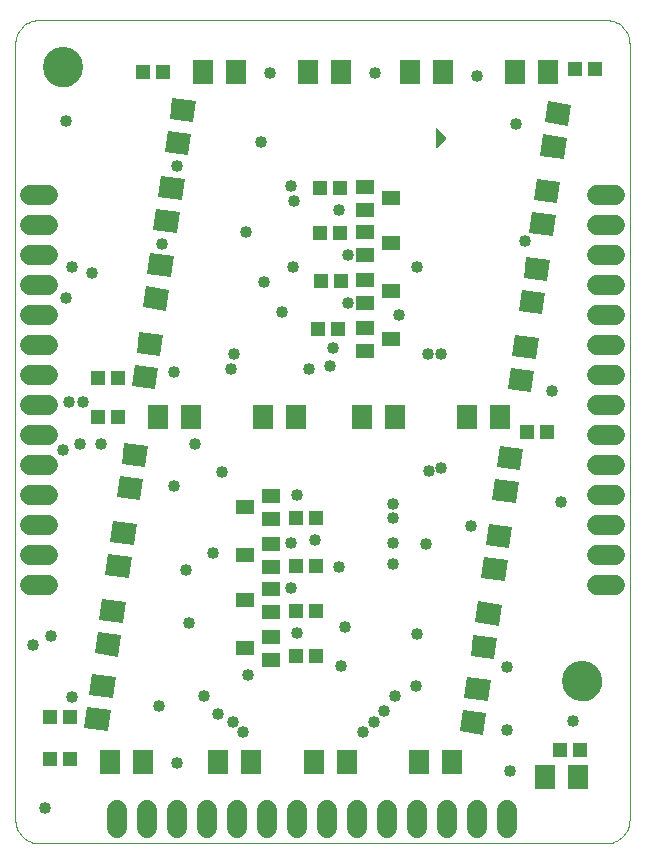
<source format=gts>
G75*
G70*
%OFA0B0*%
%FSLAX24Y24*%
%IPPOS*%
%LPD*%
%AMOC8*
5,1,8,0,0,1.08239X$1,22.5*
%
%ADD10C,0.0000*%
%ADD11C,0.1340*%
%ADD12C,0.0680*%
%ADD13R,0.0710X0.0790*%
%ADD14R,0.0474X0.0513*%
%ADD15R,0.0631X0.0474*%
%ADD16C,0.0001*%
%ADD17C,0.0398*%
D10*
X000150Y001058D02*
X000150Y026922D01*
X000152Y026976D01*
X000157Y027029D01*
X000166Y027082D01*
X000179Y027134D01*
X000195Y027186D01*
X000215Y027236D01*
X000238Y027284D01*
X000265Y027331D01*
X000294Y027376D01*
X000327Y027419D01*
X000362Y027459D01*
X000400Y027497D01*
X000440Y027532D01*
X000483Y027565D01*
X000528Y027594D01*
X000575Y027621D01*
X000623Y027644D01*
X000673Y027664D01*
X000725Y027680D01*
X000777Y027693D01*
X000830Y027702D01*
X000883Y027707D01*
X000937Y027709D01*
X019835Y027709D01*
X019889Y027707D01*
X019942Y027702D01*
X019995Y027693D01*
X020047Y027680D01*
X020099Y027664D01*
X020149Y027644D01*
X020197Y027621D01*
X020244Y027594D01*
X020289Y027565D01*
X020332Y027532D01*
X020372Y027497D01*
X020410Y027459D01*
X020445Y027419D01*
X020478Y027376D01*
X020507Y027331D01*
X020534Y027284D01*
X020557Y027236D01*
X020577Y027186D01*
X020593Y027134D01*
X020606Y027082D01*
X020615Y027029D01*
X020620Y026976D01*
X020622Y026922D01*
X020622Y001058D01*
X020620Y001004D01*
X020615Y000950D01*
X020605Y000896D01*
X020593Y000844D01*
X020576Y000792D01*
X020556Y000741D01*
X020533Y000692D01*
X020506Y000645D01*
X020476Y000600D01*
X020444Y000556D01*
X020408Y000515D01*
X020370Y000477D01*
X020329Y000441D01*
X020285Y000409D01*
X020240Y000379D01*
X020193Y000352D01*
X020144Y000329D01*
X020093Y000309D01*
X020041Y000292D01*
X019989Y000280D01*
X019935Y000270D01*
X019881Y000265D01*
X019827Y000263D01*
X000945Y000263D01*
X000891Y000265D01*
X000837Y000270D01*
X000783Y000280D01*
X000731Y000292D01*
X000679Y000309D01*
X000628Y000329D01*
X000579Y000352D01*
X000532Y000379D01*
X000487Y000409D01*
X000443Y000441D01*
X000402Y000477D01*
X000364Y000515D01*
X000328Y000556D01*
X000296Y000600D01*
X000266Y000645D01*
X000239Y000692D01*
X000216Y000741D01*
X000196Y000792D01*
X000179Y000844D01*
X000167Y000896D01*
X000157Y000950D01*
X000152Y001004D01*
X000150Y001058D01*
X014170Y023472D02*
X014170Y024099D01*
X014483Y023772D01*
X014170Y023472D01*
X001095Y026134D02*
X001097Y026184D01*
X001103Y026234D01*
X001113Y026283D01*
X001127Y026331D01*
X001144Y026378D01*
X001165Y026423D01*
X001190Y026467D01*
X001218Y026508D01*
X001250Y026547D01*
X001284Y026584D01*
X001321Y026618D01*
X001361Y026648D01*
X001403Y026675D01*
X001447Y026699D01*
X001493Y026720D01*
X001540Y026736D01*
X001588Y026749D01*
X001638Y026758D01*
X001687Y026763D01*
X001738Y026764D01*
X001788Y026761D01*
X001837Y026754D01*
X001886Y026743D01*
X001934Y026728D01*
X001980Y026710D01*
X002025Y026688D01*
X002068Y026662D01*
X002109Y026633D01*
X002148Y026601D01*
X002184Y026566D01*
X002216Y026528D01*
X002246Y026488D01*
X002273Y026445D01*
X002296Y026401D01*
X002315Y026355D01*
X002331Y026307D01*
X002343Y026258D01*
X002351Y026209D01*
X002355Y026159D01*
X002355Y026109D01*
X002351Y026059D01*
X002343Y026010D01*
X002331Y025961D01*
X002315Y025913D01*
X002296Y025867D01*
X002273Y025823D01*
X002246Y025780D01*
X002216Y025740D01*
X002184Y025702D01*
X002148Y025667D01*
X002109Y025635D01*
X002068Y025606D01*
X002025Y025580D01*
X001980Y025558D01*
X001934Y025540D01*
X001886Y025525D01*
X001837Y025514D01*
X001788Y025507D01*
X001738Y025504D01*
X001687Y025505D01*
X001638Y025510D01*
X001588Y025519D01*
X001540Y025532D01*
X001493Y025548D01*
X001447Y025569D01*
X001403Y025593D01*
X001361Y025620D01*
X001321Y025650D01*
X001284Y025684D01*
X001250Y025721D01*
X001218Y025760D01*
X001190Y025801D01*
X001165Y025845D01*
X001144Y025890D01*
X001127Y025937D01*
X001113Y025985D01*
X001103Y026034D01*
X001097Y026084D01*
X001095Y026134D01*
X018418Y005662D02*
X018420Y005712D01*
X018426Y005762D01*
X018436Y005811D01*
X018450Y005859D01*
X018467Y005906D01*
X018488Y005951D01*
X018513Y005995D01*
X018541Y006036D01*
X018573Y006075D01*
X018607Y006112D01*
X018644Y006146D01*
X018684Y006176D01*
X018726Y006203D01*
X018770Y006227D01*
X018816Y006248D01*
X018863Y006264D01*
X018911Y006277D01*
X018961Y006286D01*
X019010Y006291D01*
X019061Y006292D01*
X019111Y006289D01*
X019160Y006282D01*
X019209Y006271D01*
X019257Y006256D01*
X019303Y006238D01*
X019348Y006216D01*
X019391Y006190D01*
X019432Y006161D01*
X019471Y006129D01*
X019507Y006094D01*
X019539Y006056D01*
X019569Y006016D01*
X019596Y005973D01*
X019619Y005929D01*
X019638Y005883D01*
X019654Y005835D01*
X019666Y005786D01*
X019674Y005737D01*
X019678Y005687D01*
X019678Y005637D01*
X019674Y005587D01*
X019666Y005538D01*
X019654Y005489D01*
X019638Y005441D01*
X019619Y005395D01*
X019596Y005351D01*
X019569Y005308D01*
X019539Y005268D01*
X019507Y005230D01*
X019471Y005195D01*
X019432Y005163D01*
X019391Y005134D01*
X019348Y005108D01*
X019303Y005086D01*
X019257Y005068D01*
X019209Y005053D01*
X019160Y005042D01*
X019111Y005035D01*
X019061Y005032D01*
X019010Y005033D01*
X018961Y005038D01*
X018911Y005047D01*
X018863Y005060D01*
X018816Y005076D01*
X018770Y005097D01*
X018726Y005121D01*
X018684Y005148D01*
X018644Y005178D01*
X018607Y005212D01*
X018573Y005249D01*
X018541Y005288D01*
X018513Y005329D01*
X018488Y005373D01*
X018467Y005418D01*
X018450Y005465D01*
X018436Y005513D01*
X018426Y005562D01*
X018420Y005612D01*
X018418Y005662D01*
D11*
X019048Y005662D03*
X001725Y026134D03*
D12*
X001250Y021863D02*
X000650Y021863D01*
X000650Y020863D02*
X001250Y020863D01*
X001250Y019863D02*
X000650Y019863D01*
X000650Y018863D02*
X001250Y018863D01*
X001250Y017863D02*
X000650Y017863D01*
X000650Y016863D02*
X001250Y016863D01*
X001250Y015863D02*
X000650Y015863D01*
X000650Y014863D02*
X001250Y014863D01*
X001250Y013863D02*
X000650Y013863D01*
X000650Y012863D02*
X001250Y012863D01*
X001250Y011863D02*
X000650Y011863D01*
X000650Y010863D02*
X001250Y010863D01*
X001250Y009863D02*
X000650Y009863D01*
X000650Y008863D02*
X001250Y008863D01*
X003550Y001363D02*
X003550Y000763D01*
X004550Y000763D02*
X004550Y001363D01*
X005550Y001363D02*
X005550Y000763D01*
X006550Y000763D02*
X006550Y001363D01*
X007550Y001363D02*
X007550Y000763D01*
X008550Y000763D02*
X008550Y001363D01*
X009550Y001363D02*
X009550Y000763D01*
X010550Y000763D02*
X010550Y001363D01*
X011550Y001363D02*
X011550Y000763D01*
X012550Y000763D02*
X012550Y001363D01*
X013550Y001363D02*
X013550Y000763D01*
X014550Y000763D02*
X014550Y001363D01*
X015550Y001363D02*
X015550Y000763D01*
X016550Y000763D02*
X016550Y001363D01*
X019550Y008863D02*
X020150Y008863D01*
X020150Y009863D02*
X019550Y009863D01*
X019550Y010863D02*
X020150Y010863D01*
X020150Y011863D02*
X019550Y011863D01*
X019550Y012863D02*
X020150Y012863D01*
X020150Y013863D02*
X019550Y013863D01*
X019550Y014863D02*
X020150Y014863D01*
X020150Y015863D02*
X019550Y015863D01*
X019550Y016863D02*
X020150Y016863D01*
X020150Y017863D02*
X019550Y017863D01*
X019550Y018863D02*
X020150Y018863D01*
X020150Y019863D02*
X019550Y019863D01*
X019550Y020863D02*
X020150Y020863D01*
X020150Y021863D02*
X019550Y021863D01*
D13*
G36*
X017642Y023192D02*
X017741Y023894D01*
X018522Y023784D01*
X018423Y023082D01*
X017642Y023192D01*
G37*
G36*
X017438Y021721D02*
X017537Y022423D01*
X018318Y022313D01*
X018219Y021611D01*
X017438Y021721D01*
G37*
G36*
X017282Y020612D02*
X017381Y021314D01*
X018162Y021204D01*
X018063Y020502D01*
X017282Y020612D01*
G37*
G36*
X017088Y019121D02*
X017187Y019823D01*
X017968Y019713D01*
X017869Y019011D01*
X017088Y019121D01*
G37*
G36*
X016932Y018012D02*
X017031Y018714D01*
X017812Y018604D01*
X017713Y017902D01*
X016932Y018012D01*
G37*
G36*
X016718Y016521D02*
X016817Y017223D01*
X017598Y017113D01*
X017499Y016411D01*
X016718Y016521D01*
G37*
G36*
X016562Y015412D02*
X016661Y016114D01*
X017442Y016004D01*
X017343Y015302D01*
X016562Y015412D01*
G37*
X016310Y014463D03*
G36*
X016198Y012821D02*
X016297Y013523D01*
X017078Y013413D01*
X016979Y012711D01*
X016198Y012821D01*
G37*
G36*
X016042Y011712D02*
X016141Y012414D01*
X016922Y012304D01*
X016823Y011602D01*
X016042Y011712D01*
G37*
G36*
X015838Y010221D02*
X015937Y010923D01*
X016718Y010813D01*
X016619Y010111D01*
X015838Y010221D01*
G37*
G36*
X015682Y009112D02*
X015781Y009814D01*
X016562Y009704D01*
X016463Y009002D01*
X015682Y009112D01*
G37*
G36*
X015478Y007631D02*
X015577Y008333D01*
X016358Y008223D01*
X016259Y007521D01*
X015478Y007631D01*
G37*
G36*
X015322Y006522D02*
X015421Y007224D01*
X016202Y007114D01*
X016103Y006412D01*
X015322Y006522D01*
G37*
G36*
X015118Y005111D02*
X015217Y005813D01*
X015998Y005703D01*
X015899Y005001D01*
X015118Y005111D01*
G37*
G36*
X014962Y004002D02*
X015061Y004704D01*
X015842Y004594D01*
X015743Y003892D01*
X014962Y004002D01*
G37*
X014710Y002963D03*
X013590Y002963D03*
X011220Y002963D03*
X010100Y002963D03*
X008010Y002963D03*
X006890Y002963D03*
X004410Y002963D03*
X003290Y002963D03*
G36*
X003332Y004704D02*
X003233Y004002D01*
X002452Y004112D01*
X002551Y004814D01*
X003332Y004704D01*
G37*
G36*
X003488Y005813D02*
X003389Y005111D01*
X002608Y005221D01*
X002707Y005923D01*
X003488Y005813D01*
G37*
G36*
X003672Y007194D02*
X003573Y006492D01*
X002792Y006602D01*
X002891Y007304D01*
X003672Y007194D01*
G37*
G36*
X003828Y008303D02*
X003729Y007601D01*
X002948Y007711D01*
X003047Y008413D01*
X003828Y008303D01*
G37*
G36*
X004032Y009804D02*
X003933Y009102D01*
X003152Y009212D01*
X003251Y009914D01*
X004032Y009804D01*
G37*
G36*
X004188Y010913D02*
X004089Y010211D01*
X003308Y010321D01*
X003407Y011023D01*
X004188Y010913D01*
G37*
G36*
X004412Y012404D02*
X004313Y011702D01*
X003532Y011812D01*
X003631Y012514D01*
X004412Y012404D01*
G37*
G36*
X004568Y013513D02*
X004469Y012811D01*
X003688Y012921D01*
X003787Y013623D01*
X004568Y013513D01*
G37*
X004890Y014463D03*
X006010Y014463D03*
G36*
X004912Y016104D02*
X004813Y015402D01*
X004032Y015512D01*
X004131Y016214D01*
X004912Y016104D01*
G37*
G36*
X005068Y017213D02*
X004969Y016511D01*
X004188Y016621D01*
X004287Y017323D01*
X005068Y017213D01*
G37*
G36*
X005272Y018724D02*
X005173Y018022D01*
X004392Y018132D01*
X004491Y018834D01*
X005272Y018724D01*
G37*
G36*
X005428Y019833D02*
X005329Y019131D01*
X004548Y019241D01*
X004647Y019943D01*
X005428Y019833D01*
G37*
G36*
X005632Y021304D02*
X005533Y020602D01*
X004752Y020712D01*
X004851Y021414D01*
X005632Y021304D01*
G37*
G36*
X005788Y022413D02*
X005689Y021711D01*
X004908Y021821D01*
X005007Y022523D01*
X005788Y022413D01*
G37*
G36*
X006012Y023904D02*
X005913Y023202D01*
X005132Y023312D01*
X005231Y024014D01*
X006012Y023904D01*
G37*
G36*
X006168Y025013D02*
X006069Y024311D01*
X005288Y024421D01*
X005387Y025123D01*
X006168Y025013D01*
G37*
X006390Y025963D03*
X007510Y025963D03*
X009890Y025963D03*
X011010Y025963D03*
X013290Y025963D03*
X014410Y025963D03*
X016790Y025963D03*
X017910Y025963D03*
G36*
X017798Y024301D02*
X017897Y025003D01*
X018678Y024893D01*
X018579Y024191D01*
X017798Y024301D01*
G37*
X015190Y014463D03*
X012810Y014463D03*
X011690Y014463D03*
X009510Y014463D03*
X008390Y014463D03*
X017790Y002463D03*
X018910Y002463D03*
D14*
X018985Y003363D03*
X018315Y003363D03*
X017885Y013963D03*
X017215Y013963D03*
X010905Y017413D03*
X010235Y017413D03*
X010335Y019013D03*
X011005Y019013D03*
X010975Y020613D03*
X010305Y020613D03*
X010305Y022113D03*
X010975Y022113D03*
X005085Y025963D03*
X004415Y025963D03*
X003585Y015763D03*
X002915Y015763D03*
X002915Y014463D03*
X003585Y014463D03*
X009495Y011113D03*
X010165Y011113D03*
X010165Y009503D03*
X009495Y009503D03*
X009505Y008003D03*
X010175Y008003D03*
X010175Y006503D03*
X009505Y006503D03*
X001985Y004463D03*
X001315Y004463D03*
X001315Y003063D03*
X001985Y003063D03*
X018815Y026063D03*
X019485Y026063D03*
D15*
X012683Y021763D03*
X011817Y022137D03*
X011817Y021389D03*
X011817Y020637D03*
X011817Y019889D03*
X011817Y019037D03*
X011817Y018289D03*
X011817Y017437D03*
X011817Y016689D03*
X012683Y017063D03*
X012683Y018663D03*
X012683Y020263D03*
X008683Y011837D03*
X008683Y011089D03*
X008683Y010237D03*
X008683Y009489D03*
X008683Y008737D03*
X008683Y007989D03*
X008683Y007137D03*
X008683Y006389D03*
X007817Y006763D03*
X007817Y008363D03*
X007817Y009863D03*
X007817Y011463D03*
D16*
X014170Y023473D02*
X014171Y023473D01*
X014170Y023474D02*
X014172Y023474D01*
X014173Y023475D02*
X014170Y023475D01*
X014170Y023476D02*
X014174Y023476D01*
X014175Y023477D02*
X014170Y023477D01*
X014170Y023478D02*
X014176Y023478D01*
X014177Y023479D02*
X014170Y023479D01*
X014170Y023480D02*
X014178Y023480D01*
X014179Y023481D02*
X014170Y023481D01*
X014170Y023482D02*
X014180Y023482D01*
X014181Y023483D02*
X014170Y023483D01*
X014170Y023484D02*
X014182Y023484D01*
X014183Y023485D02*
X014170Y023485D01*
X014170Y023486D02*
X014184Y023486D01*
X014185Y023487D02*
X014170Y023487D01*
X014170Y023488D02*
X014186Y023488D01*
X014187Y023489D02*
X014170Y023489D01*
X014170Y023490D02*
X014188Y023490D01*
X014189Y023491D02*
X014170Y023491D01*
X014170Y023492D02*
X014190Y023492D01*
X014192Y023493D02*
X014170Y023493D01*
X014170Y023494D02*
X014193Y023494D01*
X014194Y023495D02*
X014170Y023495D01*
X014170Y023496D02*
X014195Y023496D01*
X014196Y023497D02*
X014170Y023497D01*
X014170Y023498D02*
X014197Y023498D01*
X014198Y023499D02*
X014170Y023499D01*
X014170Y023500D02*
X014199Y023500D01*
X014200Y023501D02*
X014170Y023501D01*
X014170Y023502D02*
X014201Y023502D01*
X014202Y023503D02*
X014170Y023503D01*
X014170Y023504D02*
X014203Y023504D01*
X014204Y023505D02*
X014170Y023505D01*
X014170Y023506D02*
X014205Y023506D01*
X014206Y023507D02*
X014170Y023507D01*
X014170Y023508D02*
X014207Y023508D01*
X014208Y023509D02*
X014170Y023509D01*
X014170Y023510D02*
X014209Y023510D01*
X014210Y023511D02*
X014170Y023511D01*
X014170Y023512D02*
X014211Y023512D01*
X014212Y023513D02*
X014170Y023513D01*
X014170Y023514D02*
X014213Y023514D01*
X014214Y023515D02*
X014170Y023515D01*
X014170Y023516D02*
X014216Y023516D01*
X014217Y023517D02*
X014170Y023517D01*
X014170Y023518D02*
X014218Y023518D01*
X014219Y023519D02*
X014170Y023519D01*
X014170Y023520D02*
X014220Y023520D01*
X014221Y023521D02*
X014170Y023521D01*
X014170Y023522D02*
X014222Y023522D01*
X014223Y023523D02*
X014170Y023523D01*
X014170Y023524D02*
X014224Y023524D01*
X014225Y023525D02*
X014170Y023525D01*
X014170Y023526D02*
X014226Y023526D01*
X014227Y023527D02*
X014170Y023527D01*
X014170Y023528D02*
X014228Y023528D01*
X014229Y023529D02*
X014170Y023529D01*
X014170Y023530D02*
X014230Y023530D01*
X014231Y023531D02*
X014170Y023531D01*
X014170Y023532D02*
X014232Y023532D01*
X014233Y023533D02*
X014170Y023533D01*
X014170Y023534D02*
X014234Y023534D01*
X014235Y023535D02*
X014170Y023535D01*
X014170Y023536D02*
X014236Y023536D01*
X014237Y023537D02*
X014170Y023537D01*
X014170Y023538D02*
X014238Y023538D01*
X014240Y023539D02*
X014170Y023539D01*
X014170Y023540D02*
X014241Y023540D01*
X014242Y023541D02*
X014170Y023541D01*
X014170Y023542D02*
X014243Y023542D01*
X014244Y023543D02*
X014170Y023543D01*
X014170Y023544D02*
X014245Y023544D01*
X014246Y023545D02*
X014170Y023545D01*
X014170Y023546D02*
X014247Y023546D01*
X014248Y023547D02*
X014170Y023547D01*
X014170Y023548D02*
X014249Y023548D01*
X014250Y023549D02*
X014170Y023549D01*
X014170Y023550D02*
X014251Y023550D01*
X014252Y023551D02*
X014170Y023551D01*
X014170Y023552D02*
X014253Y023552D01*
X014254Y023553D02*
X014170Y023553D01*
X014170Y023554D02*
X014255Y023554D01*
X014256Y023555D02*
X014170Y023555D01*
X014170Y023556D02*
X014257Y023556D01*
X014258Y023557D02*
X014170Y023557D01*
X014170Y023558D02*
X014259Y023558D01*
X014260Y023559D02*
X014170Y023559D01*
X014170Y023560D02*
X014261Y023560D01*
X014262Y023561D02*
X014170Y023561D01*
X014170Y023562D02*
X014263Y023562D01*
X014265Y023563D02*
X014170Y023563D01*
X014170Y023564D02*
X014266Y023564D01*
X014267Y023565D02*
X014170Y023565D01*
X014170Y023566D02*
X014268Y023566D01*
X014269Y023567D02*
X014170Y023567D01*
X014170Y023568D02*
X014270Y023568D01*
X014271Y023569D02*
X014170Y023569D01*
X014170Y023570D02*
X014272Y023570D01*
X014273Y023571D02*
X014170Y023571D01*
X014170Y023572D02*
X014274Y023572D01*
X014275Y023573D02*
X014170Y023573D01*
X014170Y023574D02*
X014276Y023574D01*
X014277Y023575D02*
X014170Y023575D01*
X014170Y023576D02*
X014278Y023576D01*
X014279Y023577D02*
X014170Y023577D01*
X014170Y023578D02*
X014280Y023578D01*
X014281Y023579D02*
X014170Y023579D01*
X014170Y023580D02*
X014282Y023580D01*
X014283Y023581D02*
X014170Y023581D01*
X014170Y023582D02*
X014284Y023582D01*
X014285Y023583D02*
X014170Y023583D01*
X014170Y023584D02*
X014286Y023584D01*
X014287Y023585D02*
X014170Y023585D01*
X014170Y023586D02*
X014289Y023586D01*
X014290Y023587D02*
X014170Y023587D01*
X014170Y023588D02*
X014291Y023588D01*
X014292Y023589D02*
X014170Y023589D01*
X014170Y023590D02*
X014293Y023590D01*
X014294Y023591D02*
X014170Y023591D01*
X014170Y023592D02*
X014295Y023592D01*
X014296Y023593D02*
X014170Y023593D01*
X014170Y023594D02*
X014297Y023594D01*
X014298Y023595D02*
X014170Y023595D01*
X014170Y023596D02*
X014299Y023596D01*
X014300Y023597D02*
X014170Y023597D01*
X014170Y023598D02*
X014301Y023598D01*
X014302Y023599D02*
X014170Y023599D01*
X014170Y023600D02*
X014303Y023600D01*
X014304Y023601D02*
X014170Y023601D01*
X014170Y023602D02*
X014305Y023602D01*
X014306Y023603D02*
X014170Y023603D01*
X014170Y023604D02*
X014307Y023604D01*
X014308Y023605D02*
X014170Y023605D01*
X014170Y023606D02*
X014309Y023606D01*
X014310Y023607D02*
X014170Y023607D01*
X014170Y023608D02*
X014311Y023608D01*
X014313Y023609D02*
X014170Y023609D01*
X014170Y023610D02*
X014314Y023610D01*
X014315Y023611D02*
X014170Y023611D01*
X014170Y023612D02*
X014316Y023612D01*
X014317Y023613D02*
X014170Y023613D01*
X014170Y023614D02*
X014318Y023614D01*
X014319Y023615D02*
X014170Y023615D01*
X014170Y023616D02*
X014320Y023616D01*
X014321Y023617D02*
X014170Y023617D01*
X014170Y023618D02*
X014322Y023618D01*
X014323Y023619D02*
X014170Y023619D01*
X014170Y023620D02*
X014324Y023620D01*
X014325Y023621D02*
X014170Y023621D01*
X014170Y023622D02*
X014326Y023622D01*
X014327Y023623D02*
X014170Y023623D01*
X014170Y023624D02*
X014328Y023624D01*
X014329Y023625D02*
X014170Y023625D01*
X014170Y023626D02*
X014330Y023626D01*
X014331Y023627D02*
X014170Y023627D01*
X014170Y023628D02*
X014332Y023628D01*
X014333Y023629D02*
X014170Y023629D01*
X014170Y023630D02*
X014334Y023630D01*
X014335Y023631D02*
X014170Y023631D01*
X014170Y023632D02*
X014337Y023632D01*
X014338Y023633D02*
X014170Y023633D01*
X014170Y023634D02*
X014339Y023634D01*
X014340Y023635D02*
X014170Y023635D01*
X014170Y023636D02*
X014341Y023636D01*
X014342Y023637D02*
X014170Y023637D01*
X014170Y023638D02*
X014343Y023638D01*
X014344Y023639D02*
X014170Y023639D01*
X014170Y023640D02*
X014345Y023640D01*
X014346Y023641D02*
X014170Y023641D01*
X014170Y023642D02*
X014347Y023642D01*
X014348Y023643D02*
X014170Y023643D01*
X014170Y023644D02*
X014349Y023644D01*
X014350Y023645D02*
X014170Y023645D01*
X014170Y023646D02*
X014351Y023646D01*
X014352Y023647D02*
X014170Y023647D01*
X014170Y023648D02*
X014353Y023648D01*
X014354Y023649D02*
X014170Y023649D01*
X014170Y023650D02*
X014355Y023650D01*
X014356Y023651D02*
X014170Y023651D01*
X014170Y023652D02*
X014357Y023652D01*
X014358Y023653D02*
X014170Y023653D01*
X014170Y023654D02*
X014359Y023654D01*
X014361Y023655D02*
X014170Y023655D01*
X014170Y023656D02*
X014362Y023656D01*
X014363Y023657D02*
X014170Y023657D01*
X014170Y023658D02*
X014364Y023658D01*
X014365Y023659D02*
X014170Y023659D01*
X014170Y023660D02*
X014366Y023660D01*
X014367Y023661D02*
X014170Y023661D01*
X014170Y023662D02*
X014368Y023662D01*
X014369Y023663D02*
X014170Y023663D01*
X014170Y023664D02*
X014370Y023664D01*
X014371Y023665D02*
X014170Y023665D01*
X014170Y023666D02*
X014372Y023666D01*
X014373Y023667D02*
X014170Y023667D01*
X014170Y023668D02*
X014374Y023668D01*
X014375Y023669D02*
X014170Y023669D01*
X014170Y023670D02*
X014376Y023670D01*
X014377Y023671D02*
X014170Y023671D01*
X014170Y023672D02*
X014378Y023672D01*
X014379Y023673D02*
X014170Y023673D01*
X014170Y023674D02*
X014380Y023674D01*
X014381Y023675D02*
X014170Y023675D01*
X014170Y023676D02*
X014382Y023676D01*
X014383Y023677D02*
X014170Y023677D01*
X014170Y023678D02*
X014384Y023678D01*
X014386Y023679D02*
X014170Y023679D01*
X014170Y023680D02*
X014387Y023680D01*
X014388Y023681D02*
X014170Y023681D01*
X014170Y023682D02*
X014389Y023682D01*
X014390Y023683D02*
X014170Y023683D01*
X014170Y023684D02*
X014391Y023684D01*
X014392Y023685D02*
X014170Y023685D01*
X014170Y023686D02*
X014393Y023686D01*
X014394Y023687D02*
X014170Y023687D01*
X014170Y023688D02*
X014395Y023688D01*
X014396Y023689D02*
X014170Y023689D01*
X014170Y023690D02*
X014397Y023690D01*
X014398Y023691D02*
X014170Y023691D01*
X014170Y023692D02*
X014399Y023692D01*
X014400Y023693D02*
X014170Y023693D01*
X014170Y023694D02*
X014401Y023694D01*
X014402Y023695D02*
X014170Y023695D01*
X014170Y023696D02*
X014403Y023696D01*
X014404Y023697D02*
X014170Y023697D01*
X014170Y023698D02*
X014405Y023698D01*
X014406Y023699D02*
X014170Y023699D01*
X014170Y023700D02*
X014407Y023700D01*
X014408Y023701D02*
X014170Y023701D01*
X014170Y023702D02*
X014410Y023702D01*
X014411Y023703D02*
X014170Y023703D01*
X014170Y023704D02*
X014412Y023704D01*
X014413Y023705D02*
X014170Y023705D01*
X014170Y023706D02*
X014414Y023706D01*
X014415Y023707D02*
X014170Y023707D01*
X014170Y023708D02*
X014416Y023708D01*
X014417Y023709D02*
X014170Y023709D01*
X014170Y023710D02*
X014418Y023710D01*
X014419Y023711D02*
X014170Y023711D01*
X014170Y023712D02*
X014420Y023712D01*
X014421Y023713D02*
X014170Y023713D01*
X014170Y023714D02*
X014422Y023714D01*
X014423Y023715D02*
X014170Y023715D01*
X014170Y023716D02*
X014424Y023716D01*
X014425Y023717D02*
X014170Y023717D01*
X014170Y023718D02*
X014426Y023718D01*
X014427Y023719D02*
X014170Y023719D01*
X014170Y023720D02*
X014428Y023720D01*
X014429Y023721D02*
X014170Y023721D01*
X014170Y023722D02*
X014430Y023722D01*
X014431Y023723D02*
X014170Y023723D01*
X014170Y023724D02*
X014432Y023724D01*
X014434Y023725D02*
X014170Y023725D01*
X014170Y023726D02*
X014435Y023726D01*
X014436Y023727D02*
X014170Y023727D01*
X014170Y023728D02*
X014437Y023728D01*
X014438Y023729D02*
X014170Y023729D01*
X014170Y023730D02*
X014439Y023730D01*
X014440Y023731D02*
X014170Y023731D01*
X014170Y023732D02*
X014441Y023732D01*
X014442Y023733D02*
X014170Y023733D01*
X014170Y023734D02*
X014443Y023734D01*
X014444Y023735D02*
X014170Y023735D01*
X014170Y023736D02*
X014445Y023736D01*
X014446Y023737D02*
X014170Y023737D01*
X014170Y023738D02*
X014447Y023738D01*
X014448Y023739D02*
X014170Y023739D01*
X014170Y023740D02*
X014449Y023740D01*
X014450Y023741D02*
X014170Y023741D01*
X014170Y023742D02*
X014451Y023742D01*
X014452Y023743D02*
X014170Y023743D01*
X014170Y023744D02*
X014453Y023744D01*
X014454Y023745D02*
X014170Y023745D01*
X014170Y023746D02*
X014455Y023746D01*
X014456Y023747D02*
X014170Y023747D01*
X014170Y023748D02*
X014458Y023748D01*
X014459Y023749D02*
X014170Y023749D01*
X014170Y023750D02*
X014460Y023750D01*
X014461Y023751D02*
X014170Y023751D01*
X014170Y023752D02*
X014462Y023752D01*
X014463Y023753D02*
X014170Y023753D01*
X014170Y023754D02*
X014464Y023754D01*
X014465Y023755D02*
X014170Y023755D01*
X014170Y023756D02*
X014466Y023756D01*
X014467Y023757D02*
X014170Y023757D01*
X014170Y023758D02*
X014468Y023758D01*
X014469Y023759D02*
X014170Y023759D01*
X014170Y023760D02*
X014470Y023760D01*
X014471Y023761D02*
X014170Y023761D01*
X014170Y023762D02*
X014472Y023762D01*
X014473Y023763D02*
X014170Y023763D01*
X014170Y023764D02*
X014474Y023764D01*
X014475Y023765D02*
X014170Y023765D01*
X014170Y023766D02*
X014476Y023766D01*
X014477Y023767D02*
X014170Y023767D01*
X014170Y023768D02*
X014478Y023768D01*
X014479Y023769D02*
X014170Y023769D01*
X014170Y023770D02*
X014480Y023770D01*
X014482Y023771D02*
X014170Y023771D01*
X014170Y023772D02*
X014483Y023772D01*
X014483Y023773D02*
X014170Y023773D01*
X014170Y023774D02*
X014482Y023774D01*
X014481Y023775D02*
X014170Y023775D01*
X014170Y023776D02*
X014480Y023776D01*
X014479Y023777D02*
X014170Y023777D01*
X014170Y023778D02*
X014478Y023778D01*
X014477Y023779D02*
X014170Y023779D01*
X014170Y023780D02*
X014476Y023780D01*
X014475Y023781D02*
X014170Y023781D01*
X014170Y023782D02*
X014474Y023782D01*
X014473Y023783D02*
X014170Y023783D01*
X014170Y023784D02*
X014472Y023784D01*
X014471Y023785D02*
X014170Y023785D01*
X014170Y023786D02*
X014470Y023786D01*
X014469Y023787D02*
X014170Y023787D01*
X014170Y023788D02*
X014469Y023788D01*
X014468Y023789D02*
X014170Y023789D01*
X014170Y023790D02*
X014467Y023790D01*
X014466Y023791D02*
X014170Y023791D01*
X014170Y023792D02*
X014465Y023792D01*
X014464Y023793D02*
X014170Y023793D01*
X014170Y023794D02*
X014463Y023794D01*
X014462Y023795D02*
X014170Y023795D01*
X014170Y023796D02*
X014461Y023796D01*
X014460Y023797D02*
X014170Y023797D01*
X014170Y023798D02*
X014459Y023798D01*
X014458Y023799D02*
X014170Y023799D01*
X014170Y023800D02*
X014457Y023800D01*
X014456Y023801D02*
X014170Y023801D01*
X014170Y023802D02*
X014455Y023802D01*
X014454Y023803D02*
X014170Y023803D01*
X014170Y023804D02*
X014453Y023804D01*
X014452Y023805D02*
X014170Y023805D01*
X014170Y023806D02*
X014451Y023806D01*
X014450Y023807D02*
X014170Y023807D01*
X014170Y023808D02*
X014449Y023808D01*
X014448Y023809D02*
X014170Y023809D01*
X014170Y023810D02*
X014447Y023810D01*
X014446Y023811D02*
X014170Y023811D01*
X014170Y023812D02*
X014446Y023812D01*
X014445Y023813D02*
X014170Y023813D01*
X014170Y023814D02*
X014444Y023814D01*
X014443Y023815D02*
X014170Y023815D01*
X014170Y023816D02*
X014442Y023816D01*
X014441Y023817D02*
X014170Y023817D01*
X014170Y023818D02*
X014440Y023818D01*
X014439Y023819D02*
X014170Y023819D01*
X014170Y023820D02*
X014438Y023820D01*
X014437Y023821D02*
X014170Y023821D01*
X014170Y023822D02*
X014436Y023822D01*
X014435Y023823D02*
X014170Y023823D01*
X014434Y023823D01*
X014433Y023824D02*
X014170Y023824D01*
X014170Y023825D02*
X014432Y023825D01*
X014431Y023826D02*
X014170Y023826D01*
X014170Y023827D02*
X014430Y023827D01*
X014429Y023828D02*
X014170Y023828D01*
X014170Y023829D02*
X014428Y023829D01*
X014427Y023830D02*
X014170Y023830D01*
X014170Y023831D02*
X014426Y023831D01*
X014425Y023832D02*
X014170Y023832D01*
X014170Y023833D02*
X014424Y023833D01*
X014423Y023834D02*
X014170Y023834D01*
X014170Y023835D02*
X014423Y023835D01*
X014422Y023836D02*
X014170Y023836D01*
X014170Y023837D02*
X014421Y023837D01*
X014420Y023838D02*
X014170Y023838D01*
X014170Y023839D02*
X014419Y023839D01*
X014418Y023840D02*
X014170Y023840D01*
X014170Y023841D02*
X014417Y023841D01*
X014416Y023842D02*
X014170Y023842D01*
X014170Y023843D02*
X014415Y023843D01*
X014414Y023844D02*
X014170Y023844D01*
X014170Y023845D02*
X014413Y023845D01*
X014412Y023846D02*
X014170Y023846D01*
X014170Y023847D02*
X014411Y023847D01*
X014410Y023848D02*
X014170Y023848D01*
X014170Y023849D02*
X014409Y023849D01*
X014408Y023850D02*
X014170Y023850D01*
X014170Y023851D02*
X014407Y023851D01*
X014406Y023852D02*
X014170Y023852D01*
X014170Y023853D02*
X014405Y023853D01*
X014404Y023854D02*
X014170Y023854D01*
X014170Y023855D02*
X014403Y023855D01*
X014402Y023856D02*
X014170Y023856D01*
X014170Y023857D02*
X014401Y023857D01*
X014400Y023858D02*
X014170Y023858D01*
X014170Y023859D02*
X014400Y023859D01*
X014399Y023860D02*
X014170Y023860D01*
X014170Y023861D02*
X014398Y023861D01*
X014397Y023862D02*
X014170Y023862D01*
X014170Y023863D02*
X014396Y023863D01*
X014395Y023864D02*
X014170Y023864D01*
X014170Y023865D02*
X014394Y023865D01*
X014393Y023866D02*
X014170Y023866D01*
X014170Y023867D02*
X014392Y023867D01*
X014391Y023868D02*
X014170Y023868D01*
X014170Y023869D02*
X014390Y023869D01*
X014389Y023870D02*
X014170Y023870D01*
X014170Y023871D02*
X014388Y023871D01*
X014387Y023872D02*
X014170Y023872D01*
X014170Y023873D02*
X014386Y023873D01*
X014385Y023874D02*
X014170Y023874D01*
X014170Y023875D02*
X014384Y023875D01*
X014383Y023876D02*
X014170Y023876D01*
X014170Y023877D02*
X014382Y023877D01*
X014381Y023878D02*
X014170Y023878D01*
X014170Y023879D02*
X014380Y023879D01*
X014379Y023880D02*
X014170Y023880D01*
X014170Y023881D02*
X014378Y023881D01*
X014377Y023882D02*
X014170Y023882D01*
X014170Y023883D02*
X014377Y023883D01*
X014376Y023884D02*
X014170Y023884D01*
X014170Y023885D02*
X014375Y023885D01*
X014374Y023886D02*
X014170Y023886D01*
X014170Y023887D02*
X014373Y023887D01*
X014372Y023888D02*
X014170Y023888D01*
X014170Y023889D02*
X014371Y023889D01*
X014370Y023890D02*
X014170Y023890D01*
X014170Y023891D02*
X014369Y023891D01*
X014368Y023892D02*
X014170Y023892D01*
X014170Y023893D02*
X014367Y023893D01*
X014366Y023894D02*
X014170Y023894D01*
X014170Y023895D02*
X014365Y023895D01*
X014364Y023896D02*
X014170Y023896D01*
X014170Y023897D02*
X014363Y023897D01*
X014362Y023898D02*
X014170Y023898D01*
X014170Y023899D02*
X014361Y023899D01*
X014360Y023900D02*
X014170Y023900D01*
X014170Y023901D02*
X014359Y023901D01*
X014358Y023902D02*
X014170Y023902D01*
X014170Y023903D02*
X014357Y023903D01*
X014356Y023904D02*
X014170Y023904D01*
X014170Y023905D02*
X014355Y023905D01*
X014354Y023906D02*
X014170Y023906D01*
X014170Y023907D02*
X014353Y023907D01*
X014353Y023908D02*
X014170Y023908D01*
X014170Y023909D02*
X014352Y023909D01*
X014351Y023910D02*
X014170Y023910D01*
X014170Y023911D02*
X014350Y023911D01*
X014349Y023912D02*
X014170Y023912D01*
X014170Y023913D02*
X014348Y023913D01*
X014347Y023914D02*
X014170Y023914D01*
X014170Y023915D02*
X014346Y023915D01*
X014345Y023916D02*
X014170Y023916D01*
X014170Y023917D02*
X014344Y023917D01*
X014343Y023918D02*
X014170Y023918D01*
X014170Y023919D02*
X014342Y023919D01*
X014341Y023920D02*
X014170Y023920D01*
X014170Y023921D02*
X014340Y023921D01*
X014339Y023922D02*
X014170Y023922D01*
X014170Y023923D02*
X014338Y023923D01*
X014337Y023924D02*
X014170Y023924D01*
X014170Y023925D02*
X014336Y023925D01*
X014335Y023926D02*
X014170Y023926D01*
X014170Y023927D02*
X014334Y023927D01*
X014333Y023928D02*
X014170Y023928D01*
X014170Y023929D02*
X014332Y023929D01*
X014331Y023930D02*
X014170Y023930D01*
X014170Y023931D02*
X014330Y023931D01*
X014330Y023932D02*
X014170Y023932D01*
X014170Y023933D02*
X014329Y023933D01*
X014328Y023934D02*
X014170Y023934D01*
X014170Y023935D02*
X014327Y023935D01*
X014326Y023936D02*
X014170Y023936D01*
X014170Y023937D02*
X014325Y023937D01*
X014324Y023938D02*
X014170Y023938D01*
X014170Y023939D02*
X014323Y023939D01*
X014322Y023940D02*
X014170Y023940D01*
X014170Y023941D02*
X014321Y023941D01*
X014320Y023942D02*
X014170Y023942D01*
X014170Y023943D02*
X014319Y023943D01*
X014318Y023944D02*
X014170Y023944D01*
X014170Y023945D02*
X014317Y023945D01*
X014316Y023946D02*
X014170Y023946D01*
X014170Y023947D02*
X014315Y023947D01*
X014314Y023948D02*
X014170Y023948D01*
X014170Y023949D02*
X014313Y023949D01*
X014312Y023950D02*
X014170Y023950D01*
X014170Y023951D02*
X014311Y023951D01*
X014310Y023952D02*
X014170Y023952D01*
X014170Y023953D02*
X014309Y023953D01*
X014308Y023954D02*
X014170Y023954D01*
X014170Y023955D02*
X014307Y023955D01*
X014307Y023956D02*
X014170Y023956D01*
X014170Y023957D02*
X014306Y023957D01*
X014305Y023958D02*
X014170Y023958D01*
X014170Y023959D02*
X014304Y023959D01*
X014303Y023960D02*
X014170Y023960D01*
X014170Y023961D02*
X014302Y023961D01*
X014301Y023962D02*
X014170Y023962D01*
X014170Y023963D02*
X014300Y023963D01*
X014299Y023964D02*
X014170Y023964D01*
X014170Y023965D02*
X014298Y023965D01*
X014297Y023966D02*
X014170Y023966D01*
X014170Y023967D02*
X014296Y023967D01*
X014295Y023968D02*
X014170Y023968D01*
X014170Y023969D02*
X014294Y023969D01*
X014293Y023970D02*
X014170Y023970D01*
X014170Y023971D02*
X014292Y023971D01*
X014291Y023972D02*
X014170Y023972D01*
X014170Y023973D02*
X014290Y023973D01*
X014289Y023974D02*
X014170Y023974D01*
X014170Y023975D02*
X014288Y023975D01*
X014287Y023976D02*
X014170Y023976D01*
X014170Y023977D02*
X014286Y023977D01*
X014285Y023978D02*
X014170Y023978D01*
X014170Y023979D02*
X014284Y023979D01*
X014284Y023980D02*
X014170Y023980D01*
X014170Y023981D02*
X014283Y023981D01*
X014282Y023982D02*
X014170Y023982D01*
X014170Y023983D02*
X014281Y023983D01*
X014280Y023984D02*
X014170Y023984D01*
X014170Y023985D02*
X014279Y023985D01*
X014278Y023986D02*
X014170Y023986D01*
X014170Y023987D02*
X014277Y023987D01*
X014276Y023988D02*
X014170Y023988D01*
X014170Y023989D02*
X014275Y023989D01*
X014274Y023990D02*
X014170Y023990D01*
X014170Y023991D02*
X014273Y023991D01*
X014272Y023992D02*
X014170Y023992D01*
X014170Y023993D02*
X014271Y023993D01*
X014270Y023994D02*
X014170Y023994D01*
X014170Y023995D02*
X014269Y023995D01*
X014268Y023996D02*
X014170Y023996D01*
X014170Y023997D02*
X014267Y023997D01*
X014266Y023998D02*
X014170Y023998D01*
X014170Y023999D02*
X014265Y023999D01*
X014264Y024000D02*
X014170Y024000D01*
X014170Y024001D02*
X014263Y024001D01*
X014262Y024002D02*
X014170Y024002D01*
X014170Y024003D02*
X014261Y024003D01*
X014261Y024004D02*
X014170Y024004D01*
X014170Y024005D02*
X014260Y024005D01*
X014259Y024006D02*
X014170Y024006D01*
X014170Y024007D02*
X014258Y024007D01*
X014257Y024008D02*
X014170Y024008D01*
X014170Y024009D02*
X014256Y024009D01*
X014255Y024010D02*
X014170Y024010D01*
X014170Y024011D02*
X014254Y024011D01*
X014253Y024012D02*
X014170Y024012D01*
X014170Y024013D02*
X014252Y024013D01*
X014251Y024014D02*
X014170Y024014D01*
X014170Y024015D02*
X014250Y024015D01*
X014249Y024016D02*
X014170Y024016D01*
X014170Y024017D02*
X014248Y024017D01*
X014247Y024018D02*
X014170Y024018D01*
X014170Y024019D02*
X014246Y024019D01*
X014245Y024020D02*
X014170Y024020D01*
X014170Y024021D02*
X014244Y024021D01*
X014243Y024022D02*
X014170Y024022D01*
X014170Y024023D02*
X014242Y024023D01*
X014241Y024024D02*
X014170Y024024D01*
X014170Y024025D02*
X014240Y024025D01*
X014239Y024026D02*
X014170Y024026D01*
X014170Y024027D02*
X014238Y024027D01*
X014238Y024028D02*
X014170Y024028D01*
X014170Y024029D02*
X014237Y024029D01*
X014236Y024030D02*
X014170Y024030D01*
X014170Y024031D02*
X014235Y024031D01*
X014234Y024032D02*
X014170Y024032D01*
X014170Y024033D02*
X014233Y024033D01*
X014232Y024034D02*
X014170Y024034D01*
X014170Y024035D02*
X014231Y024035D01*
X014230Y024036D02*
X014170Y024036D01*
X014170Y024037D02*
X014229Y024037D01*
X014228Y024038D02*
X014170Y024038D01*
X014170Y024039D02*
X014227Y024039D01*
X014226Y024040D02*
X014170Y024040D01*
X014170Y024041D02*
X014225Y024041D01*
X014224Y024042D02*
X014170Y024042D01*
X014170Y024043D02*
X014223Y024043D01*
X014222Y024044D02*
X014170Y024044D01*
X014170Y024045D02*
X014221Y024045D01*
X014220Y024046D02*
X014170Y024046D01*
X014170Y024047D02*
X014219Y024047D01*
X014218Y024048D02*
X014170Y024048D01*
X014170Y024049D02*
X014217Y024049D01*
X014216Y024050D02*
X014170Y024050D01*
X014170Y024051D02*
X014215Y024051D01*
X014215Y024052D02*
X014170Y024052D01*
X014170Y024053D02*
X014214Y024053D01*
X014213Y024054D02*
X014170Y024054D01*
X014170Y024055D02*
X014212Y024055D01*
X014211Y024056D02*
X014170Y024056D01*
X014170Y024057D02*
X014210Y024057D01*
X014209Y024058D02*
X014170Y024058D01*
X014170Y024059D02*
X014208Y024059D01*
X014207Y024060D02*
X014170Y024060D01*
X014170Y024061D02*
X014206Y024061D01*
X014205Y024062D02*
X014170Y024062D01*
X014170Y024063D02*
X014204Y024063D01*
X014203Y024064D02*
X014170Y024064D01*
X014170Y024065D02*
X014202Y024065D01*
X014201Y024066D02*
X014170Y024066D01*
X014170Y024067D02*
X014200Y024067D01*
X014199Y024068D02*
X014170Y024068D01*
X014170Y024069D02*
X014198Y024069D01*
X014197Y024070D02*
X014170Y024070D01*
X014170Y024071D02*
X014196Y024071D01*
X014195Y024072D02*
X014170Y024072D01*
X014170Y024073D02*
X014194Y024073D01*
X014193Y024074D02*
X014170Y024074D01*
X014170Y024075D02*
X014192Y024075D01*
X014192Y024076D02*
X014170Y024076D01*
X014170Y024077D02*
X014191Y024077D01*
X014190Y024078D02*
X014170Y024078D01*
X014170Y024079D02*
X014189Y024079D01*
X014188Y024080D02*
X014170Y024080D01*
X014170Y024081D02*
X014187Y024081D01*
X014186Y024082D02*
X014170Y024082D01*
X014170Y024083D02*
X014185Y024083D01*
X014184Y024084D02*
X014170Y024084D01*
X014170Y024085D02*
X014183Y024085D01*
X014182Y024086D02*
X014170Y024086D01*
X014170Y024087D02*
X014181Y024087D01*
X014180Y024088D02*
X014170Y024088D01*
X014170Y024089D02*
X014179Y024089D01*
X014178Y024090D02*
X014170Y024090D01*
X014170Y024091D02*
X014177Y024091D01*
X014176Y024092D02*
X014170Y024092D01*
X014170Y024093D02*
X014175Y024093D01*
X014174Y024094D02*
X014170Y024094D01*
X014170Y024095D02*
X014173Y024095D01*
X014172Y024096D02*
X014170Y024096D01*
X014170Y024097D02*
X014171Y024097D01*
X014170Y024098D02*
X014170Y024098D01*
D17*
X015536Y025837D03*
X016836Y024237D03*
X017136Y020337D03*
X014350Y016563D03*
X013900Y016563D03*
X012950Y017863D03*
X013550Y019463D03*
X011250Y019863D03*
X010950Y021363D03*
X009450Y021663D03*
X009350Y022163D03*
X008336Y023637D03*
X008636Y025937D03*
X005536Y022837D03*
X005036Y020237D03*
X002700Y019263D03*
X002050Y019463D03*
X001836Y018437D03*
X001950Y014963D03*
X002400Y014963D03*
X002300Y013563D03*
X001750Y013363D03*
X003000Y013563D03*
X005450Y012163D03*
X006150Y013563D03*
X007036Y012637D03*
X006736Y009937D03*
X005850Y009363D03*
X005950Y007613D03*
X006450Y005163D03*
X006900Y004563D03*
X007400Y004313D03*
X007750Y003963D03*
X007900Y005863D03*
X009550Y007263D03*
X009350Y008763D03*
X009350Y010263D03*
X010150Y010363D03*
X010950Y009463D03*
X011150Y007463D03*
X011000Y006163D03*
X012450Y004663D03*
X012100Y004313D03*
X011750Y003963D03*
X012800Y005163D03*
X013500Y005513D03*
X013536Y007237D03*
X012750Y009563D03*
X012750Y010263D03*
X012750Y011113D03*
X012750Y011563D03*
X013836Y010237D03*
X015336Y010837D03*
X014350Y012763D03*
X013950Y012663D03*
X010650Y016163D03*
X010750Y016763D03*
X009950Y016063D03*
X009050Y017963D03*
X008450Y018963D03*
X009400Y019463D03*
X007836Y020637D03*
X007450Y016563D03*
X007350Y016063D03*
X005450Y015963D03*
X009550Y011863D03*
X011250Y018263D03*
X012136Y025937D03*
X018036Y015337D03*
X018336Y011637D03*
X016536Y006137D03*
X016536Y004037D03*
X016650Y002663D03*
X018736Y004337D03*
X005536Y002937D03*
X004936Y004837D03*
X002036Y005137D03*
X000750Y006863D03*
X001350Y007163D03*
X001136Y001437D03*
X001836Y024337D03*
M02*

</source>
